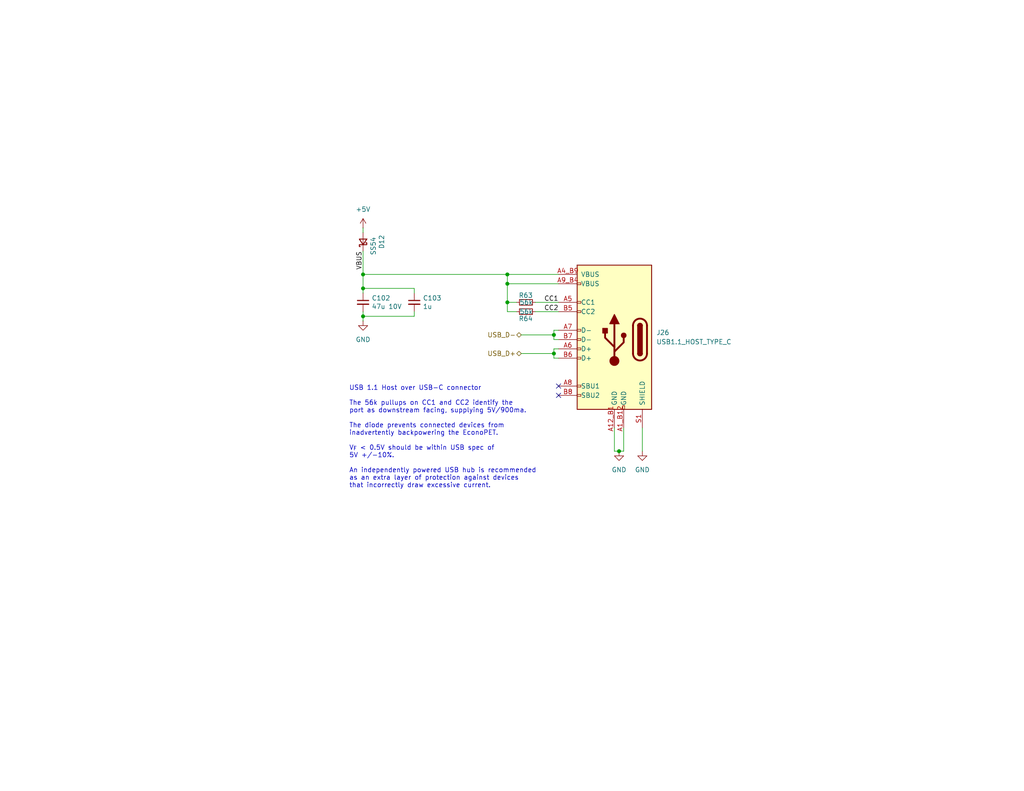
<source format=kicad_sch>
(kicad_sch (version 20231120) (generator "eeschema") (generator_version "8.0")
  (paper "A")
  (title_block (title "EconoPET 40/8096") (date "2023-10-01") (rev "A") (comment 1 "Unspecified resistors rated for 62.5mW or more") (comment 2 "Unspecified capacitors rated for 25V or more") (comment 3 "Signals with B-prefix are level-shifted from 3V3 to 5V"))
  (lib_symbols
    (symbol "Device:C_Small" (pin_numbers hide) (pin_names (offset 0.254) hide)
      (property "Reference" "C" (at 0.254 1.778 0))
      (property "Value" "C_Small" (at 0.254 -2.032 0))
      (symbol "C_Small_0_1"
        (polyline (pts (xy -1.524 -0.508) (xy 1.524 -0.508)) (stroke (width 0.3302)))
        (polyline (pts (xy -1.524 0.508) (xy 1.524 0.508)) (stroke (width 0.3048)))
      )
      (symbol "C_Small_1_1"
        (pin passive line (at 0 2.54 270) (length 2.032) (name "~") (number "1"))
        (pin passive line (at 0 -2.54 90) (length 2.032) (name "~") (number "2"))
      )
    )
    (symbol "Device:D_Schottky_Small" (pin_numbers hide) (pin_names (offset 0.254) hide)
      (property "Reference" "D" (at -1.27 2.032 0))
      (property "Value" "D_Schottky_Small" (at -7.112 -2.032 0))
      (symbol "D_Schottky_Small_0_1"
        (polyline (pts (xy -0.762 0) (xy 0.762 0)))
        (polyline (pts (xy 0.762 -1.016) (xy -0.762 0) (xy 0.762 1.016) (xy 0.762 -1.016)) (stroke (width 0.254)))
        (polyline (pts (xy -1.27 0.762) (xy -1.27 1.016) (xy -0.762 1.016) (xy -0.762 -1.016) (xy -0.254 -1.016) (xy -0.254 -0.762)) (stroke (width 0.254)))
      )
      (symbol "D_Schottky_Small_1_1"
        (pin passive line (at -2.54 0 0) (length 1.778) (name "K") (number "1"))
        (pin passive line (at 2.54 0 180) (length 1.778) (name "A") (number "2"))
      )
    )
    (symbol "Device:R_Small" (pin_numbers hide) (pin_names (offset 0.254) hide)
      (property "Reference" "R" (at 0.762 0.508 0))
      (property "Value" "R_Small" (at 0.762 -1.016 0))
      (symbol "R_Small_0_1"
        (rectangle (start -0.762 1.778) (end 0.762 -1.778) (stroke (width 0.2032)))
      )
      (symbol "R_Small_1_1"
        (pin passive line (at 0 2.54 270) (length 0.762) (name "~") (number "1"))
        (pin passive line (at 0 -2.54 90) (length 0.762) (name "~") (number "2"))
      )
    )
    (symbol "EconoPET:USB_C_Receptacle_USB2.0" (pin_names (offset 1.016))
      (property "Reference" "J" (at -11.43 1.9051 0))
      (property "Value" "USB1.1_HOST_TYPE_C" (at -11.43 -0.6349 0))
      (symbol "USB_C_Receptacle_USB2.0_0_0"
        (rectangle (start -2.794 -19.05) (end -2.286 -18.034))
        (rectangle (start 10.16 -14.986) (end 9.144 -15.494))
        (rectangle (start 10.16 -12.446) (end 9.144 -12.954))
        (rectangle (start 10.16 -4.826) (end 9.144 -5.334))
        (rectangle (start 10.16 -2.286) (end 9.144 -2.794))
        (rectangle (start 10.16 0.254) (end 9.144 -0.254))
        (rectangle (start 10.16 2.794) (end 9.144 2.286))
        (rectangle (start 10.16 7.874) (end 9.144 7.366))
        (rectangle (start 10.16 10.414) (end 9.144 9.906))
        (rectangle (start 10.16 15.494) (end 9.144 14.986))
      )
      (symbol "USB_C_Receptacle_USB2.0_0_1"
        (rectangle (start -10.16 20.32) (end 10.16 -19.05) (stroke (width 0.254)) (fill (type background)))
        (arc (start -8.89 -3.81) (mid -6.985 -5.7066) (end -5.08 -3.81) (stroke (width 0.508)))
        (arc (start -7.62 -3.81) (mid -6.985 -4.4422) (end -6.35 -3.81) (stroke (width 0.254)))
        (arc (start -7.62 -3.81) (mid -6.985 -4.4422) (end -6.35 -3.81) (stroke (width 0.254)) (fill (type outline)))
        (rectangle (start -7.62 -3.81) (end -6.35 3.81) (stroke (width 0.254)) (fill (type outline)))
        (arc (start -6.35 3.81) (mid -6.985 4.4422) (end -7.62 3.81) (stroke (width 0.254)))
        (arc (start -6.35 3.81) (mid -6.985 4.4422) (end -7.62 3.81) (stroke (width 0.254)) (fill (type outline)))
        (arc (start -5.08 3.81) (mid -6.985 5.7066) (end -8.89 3.81) (stroke (width 0.508)))
        (circle (center -2.54 1.143) (radius 0.635) (stroke (width 0.254)) (fill (type outline)))
        (circle (center 0 -5.842) (radius 1.27) (fill (type outline)))
        (polyline (pts (xy -8.89 -3.81) (xy -8.89 3.81)) (stroke (width 0.508)))
        (polyline (pts (xy -5.08 3.81) (xy -5.08 -3.81)) (stroke (width 0.508)))
        (polyline (pts (xy 0 -5.842) (xy 0 4.318)) (stroke (width 0.508)))
        (polyline (pts (xy 0 -3.302) (xy -2.54 -0.762) (xy -2.54 0.508)) (stroke (width 0.508)))
        (polyline (pts (xy 0 -2.032) (xy 2.54 0.508) (xy 2.54 1.778)) (stroke (width 0.508)))
        (polyline (pts (xy -1.27 4.318) (xy 0 6.858) (xy 1.27 4.318) (xy -1.27 4.318)) (stroke (width 0.254)) (fill (type outline)))
        (rectangle (start 1.905 1.778) (end 3.175 3.048) (stroke (width 0.254)) (fill (type outline)))
      )
      (symbol "USB_C_Receptacle_USB2.0_1_1"
        (pin passive line (at 0 -24.13 90) (length 5.08) (name "GND") (number "A12_B1"))
        (pin passive line (at -2.54 -24.13 90) (length 5.08) (name "GND") (number "A1_B12"))
        (pin passive line (at 15.24 17.78 180) (length 5.08) (name "VBUS") (number "A4_B9"))
        (pin bidirectional line (at 15.24 10.16 180) (length 5.08) (name "CC1") (number "A5"))
        (pin bidirectional line (at 15.24 -2.54 180) (length 5.08) (name "D+") (number "A6"))
        (pin bidirectional line (at 15.24 2.54 180) (length 5.08) (name "D-") (number "A7"))
        (pin bidirectional line (at 15.24 -12.7 180) (length 5.08) (name "SBU1") (number "A8"))
        (pin passive line (at 15.24 15.24 180) (length 5.08) (name "VBUS") (number "A9_B4"))
        (pin bidirectional line (at 15.24 7.62 180) (length 5.08) (name "CC2") (number "B5"))
        (pin bidirectional line (at 15.24 -5.08 180) (length 5.08) (name "D+") (number "B6"))
        (pin bidirectional line (at 15.24 0 180) (length 5.08) (name "D-") (number "B7"))
        (pin bidirectional line (at 15.24 -15.24 180) (length 5.08) (name "SBU2") (number "B8"))
        (pin passive line (at -7.62 -24.13 90) (length 5.08) (name "SHIELD") (number "S1"))
      )
    )
    (symbol "power:+5V" (power) (pin_numbers hide) (pin_names (offset 0) hide)
      (property "Value" "+5V" (at 0 3.556 0))
      (symbol "+5V_0_1"
        (polyline (pts (xy -0.762 1.27) (xy 0 2.54)))
        (polyline (pts (xy 0 0) (xy 0 2.54)))
        (polyline (pts (xy 0 2.54) (xy 0.762 1.27)))
      )
      (symbol "+5V_1_1"
        (pin power_in line (at 0 0 90) (length 0) (name "~") (number "1"))
      )
    )
    (symbol "power:GND" (power) (pin_numbers hide) (pin_names (offset 0) hide)
      (property "Value" "GND" (at 0 -3.81 0))
      (symbol "GND_0_1"
        (polyline (pts (xy 0 0) (xy 0 -1.27) (xy 1.27 -1.27) (xy 0 -2.54) (xy -1.27 -1.27) (xy 0 -1.27)))
      )
      (symbol "GND_1_1"
        (pin power_in line (at 0 0 270) (length 0) (name "~") (number "1"))
      )
    )
  )
  (junction (at 138.43 82.55))
  (junction (at 168.91 123.19))
  (junction (at 138.43 77.47))
  (junction (at 99.06 78.74))
  (junction (at 99.06 74.93))
  (junction (at 99.06 86.36))
  (junction (at 151.13 96.52))
  (junction (at 151.13 91.44))
  (junction (at 138.43 74.93))
  (no_connect (at 152.4 105.41))
  (no_connect (at 152.4 107.95))
  (wire (pts (xy 99.06 74.93) (xy 99.06 78.74)))
  (wire (pts (xy 99.06 78.74) (xy 113.03 78.74)))
  (wire (pts (xy 138.43 74.93) (xy 152.4 74.93)))
  (wire (pts (xy 152.4 95.25) (xy 151.13 95.25)))
  (wire (pts (xy 138.43 82.55) (xy 140.97 82.55)))
  (wire (pts (xy 99.06 68.58) (xy 99.06 74.93)))
  (wire (pts (xy 152.4 92.71) (xy 151.13 92.71)))
  (wire (pts (xy 99.06 62.23) (xy 99.06 63.5)))
  (wire (pts (xy 152.4 90.17) (xy 151.13 90.17)))
  (wire (pts (xy 170.18 116.84) (xy 170.18 123.19)))
  (wire (pts (xy 138.43 82.55) (xy 138.43 77.47)))
  (wire (pts (xy 99.06 78.74) (xy 99.06 80.01)))
  (wire (pts (xy 99.06 74.93) (xy 138.43 74.93)))
  (wire (pts (xy 146.05 82.55) (xy 152.4 82.55)))
  (wire (pts (xy 152.4 97.79) (xy 151.13 97.79)))
  (wire (pts (xy 138.43 85.09) (xy 138.43 82.55)))
  (wire (pts (xy 138.43 77.47) (xy 152.4 77.47)))
  (wire (pts (xy 167.64 123.19) (xy 168.91 123.19)))
  (wire (pts (xy 151.13 91.44) (xy 142.24 91.44)))
  (wire (pts (xy 151.13 96.52) (xy 142.24 96.52)))
  (wire (pts (xy 99.06 87.63) (xy 99.06 86.36)))
  (wire (pts (xy 138.43 77.47) (xy 138.43 74.93)))
  (wire (pts (xy 167.64 116.84) (xy 167.64 123.19)))
  (wire (pts (xy 113.03 85.09) (xy 113.03 86.36)))
  (wire (pts (xy 99.06 86.36) (xy 113.03 86.36)))
  (wire (pts (xy 151.13 95.25) (xy 151.13 96.52)))
  (wire (pts (xy 99.06 85.09) (xy 99.06 86.36)))
  (wire (pts (xy 151.13 96.52) (xy 151.13 97.79)))
  (wire (pts (xy 151.13 90.17) (xy 151.13 91.44)))
  (wire (pts (xy 168.91 123.19) (xy 170.18 123.19)))
  (wire (pts (xy 151.13 91.44) (xy 151.13 92.71)))
  (wire (pts (xy 113.03 80.01) (xy 113.03 78.74)))
  (wire (pts (xy 175.26 116.84) (xy 175.26 123.19)))
  (wire (pts (xy 140.97 85.09) (xy 138.43 85.09)))
  (wire (pts (xy 146.05 85.09) (xy 152.4 85.09)))
  (text "USB 1.1 Host over USB-C connector\n\nThe 56k pullups on CC1 and CC2 identify the\nport as downstream facing, supplying 5V/900ma.\n\nThe diode prevents connected devices from\ninadvertently backpowering the EconoPET.\n\nV_{F} < 0.5V should be within USB spec of\n5V +/-10%.\n\nAn independently powered USB hub is recommended\nas an extra layer of protection against devices\nthat incorrectly draw excessive current.\n" (at 95.25 133.35 0) (effects (font (size 1.27 1.27)) (justify left bottom)))
  (label "VBUS" (at 99.06 68.58 270))
  (label "CC2" (at 152.4 85.09 180))
  (label "CC1" (at 152.4 82.55 180))
  (hierarchical_label "USB_D+" (shape bidirectional) (at 142.24 96.52 180))
  (hierarchical_label "USB_D-" (shape bidirectional) (at 142.24 91.44 180))
  (symbol (lib_id "Device:C_Small") (at 113.03 82.55 0) (unit 1)
    (property "Reference" "C103" (at 115.3668 81.3816 0) (effects (justify left)))
    (property "Value" "1u" (at 115.3668 83.693 0) (effects (justify left)))
    (property "Footprint" "Capacitor_SMD:C_0402_1005Metric" (effects (hide yes)))
    (property "Datasheet" "https://product.samsungsem.com/mlcc/CL05A105KA5NQN.do" (effects (hide yes)))
    (property "LCSC" "C52923" (effects (hide yes)))
  )
  (symbol (lib_id "power:GND") (at 99.06 87.63 0) (unit 1)
    (property "Reference" "#PWR0172" (effects (hide yes)))
    (property "Value" "GND" (at 99.06 92.71 0))
    (property "Description" "Power symbol creates a global label with name \"GND\" , ground" (effects (hide yes)))
  )
  (symbol (lib_id "EconoPET:USB_C_Receptacle_USB2.0") (at 167.64 92.71 0) (mirror y) (unit 1)
    (property "Reference" "J26" (at 179.07 90.8049 0) (effects (justify right)))
    (property "Value" "USB1.1_HOST_TYPE_C" (at 179.07 93.3449 0) (effects (justify right)))
    (property "Footprint" "EconoPET:USB-C_SMD-TYPE-C-31-M-12" (effects (hide yes)))
    (property "Datasheet" "https://jlcpcb.com/api/file/downloadByFileSystemAccessId/8550723676069908480" (effects (hide yes)))
    (property "LCSC" "C165948" (effects (hide yes)))
  )
  (symbol (lib_id "Device:D_Schottky_Small") (at 99.06 66.04 90) (unit 1)
    (property "Reference" "D12" (at 104.14 66.04 0))
    (property "Value" "SS54" (at 101.854 67.183 0))
    (property "Footprint" "Diode_SMD:D_SMA" (effects (hide yes)))
    (property "Datasheet" "https://www.lcsc.com/datasheet/lcsc_datasheet_2407101107_MDD-Microdiode-Semiconductor-SS54_C22452.pdf" (effects (hide yes)))
    (property "LCSC" "C22452" (effects (hide yes)))
  )
  (symbol (lib_id "Device:R_Small") (at 143.51 85.09 90) (mirror x) (unit 1)
    (property "Reference" "R64" (at 145.415 86.995 90) (effects (justify left)))
    (property "Value" "56k" (at 145.415 85.09 90) (effects (justify left)))
    (property "Footprint" "Resistor_SMD:R_0402_1005Metric" (effects (hide yes)))
    (property "Datasheet" "https://www.lcsc.com/datasheet/lcsc_datasheet_2206010100_UNI-ROYAL-Uniroyal-Elec-0402WGF5602TCE_C25796.pdf" (effects (hide yes)))
    (property "LCSC" "C25796" (effects (hide yes)))
  )
  (symbol (lib_id "Device:C_Small") (at 99.06 82.55 0) (unit 1)
    (property "Reference" "C102" (at 101.3968 81.3816 0) (effects (justify left)))
    (property "Value" "47u 10V" (at 101.3968 83.693 0) (effects (justify left)))
    (property "Footprint" "Capacitor_SMD:C_1206_3216Metric" (effects (hide yes)))
    (property "Datasheet" "https://product.samsungsem.com/mlcc/CL31A476MPHNNN.do" (effects (hide yes)))
    (property "LCSC" "C96123" (effects (hide yes)))
  )
  (symbol (lib_id "power:+5V") (at 99.06 62.23 0) (mirror y) (unit 1)
    (property "Reference" "#PWR0171" (effects (hide yes)))
    (property "Value" "+5V" (at 99.06 57.15 0))
    (property "Description" "Power symbol creates a global label with name \"+5V\"" (effects (hide yes)))
  )
  (symbol (lib_id "Device:R_Small") (at 143.51 82.55 90) (mirror x) (unit 1)
    (property "Reference" "R63" (at 145.415 80.645 90) (effects (justify left)))
    (property "Value" "56k" (at 145.415 82.55 90) (effects (justify left)))
    (property "Footprint" "Resistor_SMD:R_0402_1005Metric" (effects (hide yes)))
    (property "Datasheet" "https://www.lcsc.com/datasheet/lcsc_datasheet_2206010100_UNI-ROYAL-Uniroyal-Elec-0402WGF5602TCE_C25796.pdf" (effects (hide yes)))
    (property "LCSC" "C25796" (effects (hide yes)))
  )
  (symbol (lib_id "power:GND") (at 168.91 123.19 0) (unit 1)
    (property "Reference" "#PWR0173" (effects (hide yes)))
    (property "Value" "GND" (at 168.91 128.27 0))
    (property "Description" "Power symbol creates a global label with name \"GND\" , ground" (effects (hide yes)))
  )
  (symbol (lib_id "power:GND") (at 175.26 123.19 0) (unit 1)
    (property "Reference" "#PWR0174" (effects (hide yes)))
    (property "Value" "GND" (at 175.26 128.27 0))
    (property "Description" "Power symbol creates a global label with name \"GND\" , ground" (effects (hide yes)))
  )
)
</source>
